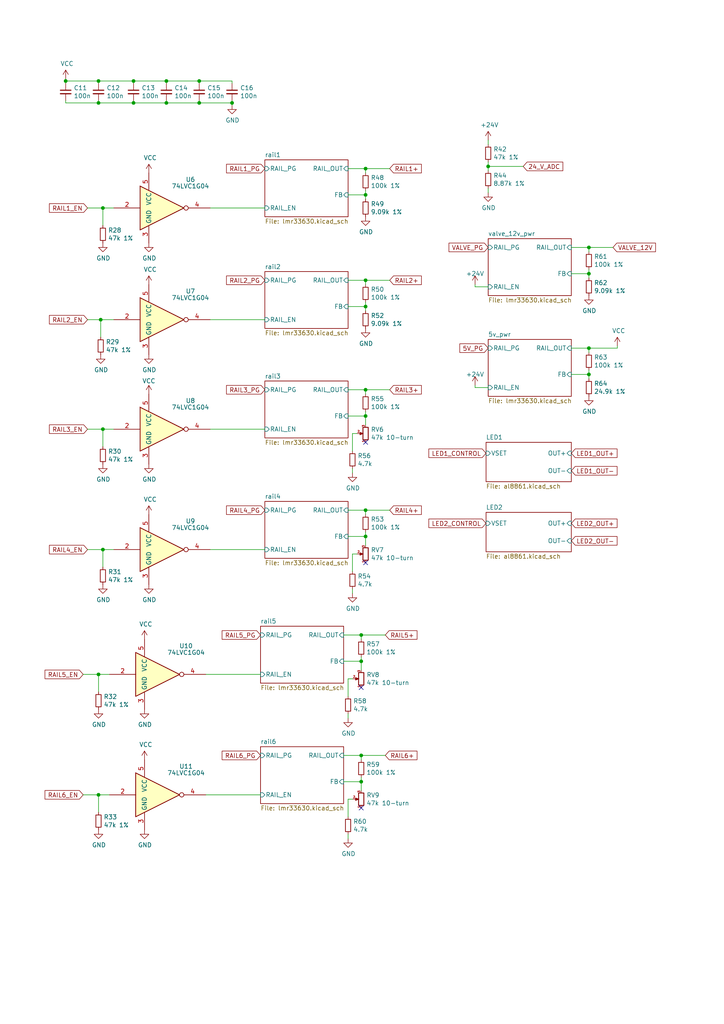
<source format=kicad_sch>
(kicad_sch (version 20230121) (generator eeschema)
  (paper "A4" portrait)
  (lib_symbols
    (symbol "+24V_1" (power) (pin_names (offset 0))
      (property "Value" "+24V_1" (at 0 3.556 0))
      (symbol "+24V_1_0_1"
        (polyline (pts (xy -0.762 1.27) (xy 0 2.54)))
        (polyline (pts (xy 0 0) (xy 0 2.54)))
        (polyline (pts (xy 0 2.54) (xy 0.762 1.27)))
      )
      (symbol "+24V_1_1_1"
        (pin power_in line (at 0 0 90) (length 0) hide (name "+24V") (number "1"))
      )
    )
    (symbol "74xGxx:74LVC1G04"
      (property "Reference" "U" (at 0 7.62 0))
      (property "Value" "74LVC1G04" (at 5.08 -7.62 0))
      (symbol "74LVC1G04_0_1"
        (polyline (pts (xy -7.62 6.35) (xy -7.62 -6.35) (xy 5.08 0) (xy -7.62 6.35)) (stroke (width 0.254)) (fill (type background)))
      )
      (symbol "74LVC1G04_1_1"
        (pin input line (at -15.24 0 0) (length 7.62) (name "~") (number "2"))
        (pin power_in line (at -5.08 -10.16 90) (length 5.08) (name "GND") (number "3"))
        (pin output inverted (at 12.7 0 180) (length 7.62) (name "~") (number "4"))
        (pin power_in line (at -5.08 10.16 270) (length 5.08) (name "VCC") (number "5"))
      )
    )
    (symbol "Device:C_Small" (pin_numbers hide) (pin_names (offset 0.254) hide)
      (property "Reference" "C" (at 0.254 1.778 0))
      (property "Value" "C_Small" (at 0.254 -2.032 0))
      (symbol "C_Small_0_1"
        (polyline (pts (xy -1.524 -0.508) (xy 1.524 -0.508)) (stroke (width 0.3302)))
        (polyline (pts (xy -1.524 0.508) (xy 1.524 0.508)) (stroke (width 0.3048)))
      )
      (symbol "C_Small_1_1"
        (pin passive line (at 0 2.54 270) (length 2.032) (name "~") (number "1"))
        (pin passive line (at 0 -2.54 90) (length 2.032) (name "~") (number "2"))
      )
    )
    (symbol "Device:R_Potentiometer_Small" (pin_names (offset 1.016) hide)
      (property "Reference" "RV" (at -4.445 0 90))
      (property "Value" "R_Potentiometer_Small" (at -2.54 0 90))
      (symbol "R_Potentiometer_Small_0_1"
        (polyline (pts (xy 0.889 0) (xy 0.635 0) (xy 1.651 0.381) (xy 1.651 -0.381) (xy 0.635 0) (xy 0.889 0)) (fill (type outline)))
        (rectangle (start 0.762 1.8034) (end -0.762 -1.8034) (stroke (width 0.254)))
      )
      (symbol "R_Potentiometer_Small_1_1"
        (pin passive line (at 0 2.54 270) (length 0.635) (name "1") (number "1"))
        (pin passive line (at 2.54 0 180) (length 0.9906) (name "2") (number "2"))
        (pin passive line (at 0 -2.54 90) (length 0.635) (name "3") (number "3"))
      )
    )
    (symbol "Device:R_Small" (pin_numbers hide) (pin_names (offset 0.254) hide)
      (property "Reference" "R" (at 0.762 0.508 0))
      (property "Value" "R_Small" (at 0.762 -1.016 0))
      (symbol "R_Small_0_1"
        (rectangle (start -0.762 1.778) (end 0.762 -1.778) (stroke (width 0.2032)))
      )
      (symbol "R_Small_1_1"
        (pin passive line (at 0 2.54 270) (length 0.762) (name "~") (number "1"))
        (pin passive line (at 0 -2.54 90) (length 0.762) (name "~") (number "2"))
      )
    )
    (symbol "GND_20" (power) (pin_names (offset 0))
      (property "Value" "GND_20" (at 0 -3.81 0))
      (symbol "GND_20_0_1"
        (polyline (pts (xy 0 0) (xy 0 -1.27) (xy 1.27 -1.27) (xy 0 -2.54) (xy -1.27 -1.27) (xy 0 -1.27)))
      )
      (symbol "GND_20_1_1"
        (pin power_in line (at 0 0 270) (length 0) hide (name "GND") (number "1"))
      )
    )
    (symbol "GND_6" (power) (pin_names (offset 0))
      (property "Value" "GND_6" (at 0 -3.81 0))
      (symbol "GND_6_0_1"
        (polyline (pts (xy 0 0) (xy 0 -1.27) (xy 1.27 -1.27) (xy 0 -2.54) (xy -1.27 -1.27) (xy 0 -1.27)))
      )
      (symbol "GND_6_1_1"
        (pin power_in line (at 0 0 270) (length 0) hide (name "GND") (number "1"))
      )
    )
    (symbol "power:+24V" (power) (pin_names (offset 0))
      (property "Value" "+24V" (at 0 3.556 0))
      (symbol "+24V_0_1"
        (polyline (pts (xy -0.762 1.27) (xy 0 2.54)))
        (polyline (pts (xy 0 0) (xy 0 2.54)))
        (polyline (pts (xy 0 2.54) (xy 0.762 1.27)))
      )
      (symbol "+24V_1_1"
        (pin power_in line (at 0 0 90) (length 0) hide (name "+24V") (number "1"))
      )
    )
    (symbol "power:GND" (power) (pin_names (offset 0))
      (property "Value" "GND" (at 0 -3.81 0))
      (symbol "GND_0_1"
        (polyline (pts (xy 0 0) (xy 0 -1.27) (xy 1.27 -1.27) (xy 0 -2.54) (xy -1.27 -1.27) (xy 0 -1.27)))
      )
      (symbol "GND_1_1"
        (pin power_in line (at 0 0 270) (length 0) hide (name "GND") (number "1"))
      )
    )
    (symbol "power:VCC" (power) (pin_names (offset 0))
      (property "Value" "VCC" (at 0 3.81 0))
      (symbol "VCC_0_1"
        (polyline (pts (xy -0.762 1.27) (xy 0 2.54)))
        (polyline (pts (xy 0 0) (xy 0 2.54)))
        (polyline (pts (xy 0 2.54) (xy 0.762 1.27)))
      )
      (symbol "VCC_1_1"
        (pin power_in line (at 0 0 90) (length 0) hide (name "VCC") (number "1"))
      )
    )
  )
  (junction (at 106.045 56.515))
  (junction (at 29.845 60.325))
  (junction (at 104.775 191.77))
  (junction (at 28.575 195.58))
  (junction (at 106.045 155.575))
  (junction (at 104.775 219.075))
  (junction (at 29.845 124.46))
  (junction (at 29.21 92.71))
  (junction (at 170.815 79.375))
  (junction (at 170.815 71.755))
  (junction (at 48.26 23.495))
  (junction (at 48.26 29.845))
  (junction (at 104.775 184.15))
  (junction (at 104.775 226.695))
  (junction (at 19.05 23.495))
  (junction (at 67.31 29.845))
  (junction (at 106.045 147.955))
  (junction (at 106.045 48.895))
  (junction (at 141.605 48.26))
  (junction (at 57.785 23.495))
  (junction (at 106.045 88.9))
  (junction (at 170.815 108.585))
  (junction (at 28.575 29.845))
  (junction (at 38.735 23.495))
  (junction (at 29.845 159.385))
  (junction (at 106.045 113.03))
  (junction (at 28.575 230.505))
  (junction (at 170.815 100.965))
  (junction (at 57.785 29.845))
  (junction (at 38.735 29.845))
  (junction (at 106.045 81.28))
  (junction (at 106.045 120.65))
  (junction (at 28.575 23.495))
  (no_connect (at 106.045 163.195))
  (no_connect (at 106.045 128.27))
  (no_connect (at 104.775 199.39))
  (no_connect (at 104.775 234.315))
  (wire (pts (xy 170.815 100.965) (xy 170.815 102.235)))
  (wire (pts (xy 38.735 23.495) (xy 48.26 23.495)))
  (wire (pts (xy 104.775 219.075) (xy 104.775 220.345)))
  (wire (pts (xy 141.605 49.53) (xy 141.605 48.26)))
  (wire (pts (xy 99.695 184.15) (xy 104.775 184.15)))
  (wire (pts (xy 106.045 120.65) (xy 106.045 123.19)))
  (wire (pts (xy 102.235 231.775) (xy 100.965 231.775)))
  (wire (pts (xy 137.795 82.55) (xy 137.795 83.185)))
  (wire (pts (xy 106.045 88.9) (xy 106.045 90.17)))
  (wire (pts (xy 104.775 226.695) (xy 104.775 229.235)))
  (wire (pts (xy 67.31 24.13) (xy 67.31 23.495)))
  (wire (pts (xy 103.505 160.655) (xy 102.235 160.655)))
  (wire (pts (xy 106.045 88.9) (xy 106.045 87.63)))
  (wire (pts (xy 28.575 23.495) (xy 28.575 24.13)))
  (wire (pts (xy 28.575 230.505) (xy 28.575 235.585)))
  (wire (pts (xy 24.13 195.58) (xy 28.575 195.58)))
  (wire (pts (xy 102.235 125.73) (xy 102.235 130.81)))
  (wire (pts (xy 99.695 219.075) (xy 104.775 219.075)))
  (wire (pts (xy 106.045 154.305) (xy 106.045 155.575)))
  (wire (pts (xy 104.775 225.425) (xy 104.775 226.695)))
  (wire (pts (xy 28.575 195.58) (xy 31.75 195.58)))
  (wire (pts (xy 60.96 124.46) (xy 76.835 124.46)))
  (wire (pts (xy 104.775 184.15) (xy 111.76 184.15)))
  (wire (pts (xy 103.505 125.73) (xy 102.235 125.73)))
  (wire (pts (xy 137.795 83.185) (xy 141.605 83.185)))
  (wire (pts (xy 24.13 230.505) (xy 28.575 230.505)))
  (wire (pts (xy 29.845 60.325) (xy 33.02 60.325)))
  (wire (pts (xy 28.575 230.505) (xy 31.75 230.505)))
  (wire (pts (xy 106.045 56.515) (xy 106.045 57.785)))
  (wire (pts (xy 48.26 29.845) (xy 57.785 29.845)))
  (wire (pts (xy 19.05 22.86) (xy 19.05 23.495)))
  (wire (pts (xy 25.4 159.385) (xy 29.845 159.385)))
  (wire (pts (xy 106.045 119.38) (xy 106.045 120.65)))
  (wire (pts (xy 59.69 195.58) (xy 75.565 195.58)))
  (wire (pts (xy 170.815 79.375) (xy 170.815 78.105)))
  (wire (pts (xy 25.4 60.325) (xy 29.845 60.325)))
  (wire (pts (xy 29.845 124.46) (xy 33.02 124.46)))
  (wire (pts (xy 102.235 196.85) (xy 100.965 196.85)))
  (wire (pts (xy 141.605 55.88) (xy 141.605 54.61)))
  (wire (pts (xy 60.96 159.385) (xy 76.835 159.385)))
  (wire (pts (xy 57.785 23.495) (xy 67.31 23.495)))
  (wire (pts (xy 106.045 81.28) (xy 106.045 82.55)))
  (wire (pts (xy 170.815 100.965) (xy 179.07 100.965)))
  (wire (pts (xy 165.735 79.375) (xy 170.815 79.375)))
  (wire (pts (xy 170.815 79.375) (xy 170.815 80.645)))
  (wire (pts (xy 57.785 23.495) (xy 57.785 24.13)))
  (wire (pts (xy 100.965 120.65) (xy 106.045 120.65)))
  (wire (pts (xy 100.965 81.28) (xy 106.045 81.28)))
  (wire (pts (xy 141.605 48.26) (xy 141.605 46.99)))
  (wire (pts (xy 60.96 60.325) (xy 76.835 60.325)))
  (wire (pts (xy 48.26 29.21) (xy 48.26 29.845)))
  (wire (pts (xy 106.045 81.28) (xy 113.03 81.28)))
  (wire (pts (xy 29.845 159.385) (xy 29.845 164.465)))
  (wire (pts (xy 100.965 231.775) (xy 100.965 236.855)))
  (wire (pts (xy 25.4 92.71) (xy 29.21 92.71)))
  (wire (pts (xy 59.69 230.505) (xy 75.565 230.505)))
  (wire (pts (xy 102.235 137.16) (xy 102.235 135.89)))
  (wire (pts (xy 29.845 60.325) (xy 29.845 65.405)))
  (wire (pts (xy 28.575 195.58) (xy 28.575 200.66)))
  (wire (pts (xy 57.785 29.21) (xy 57.785 29.845)))
  (wire (pts (xy 100.965 208.28) (xy 100.965 207.01)))
  (wire (pts (xy 106.045 155.575) (xy 106.045 158.115)))
  (wire (pts (xy 67.31 29.21) (xy 67.31 29.845)))
  (wire (pts (xy 137.795 111.76) (xy 137.795 112.395)))
  (wire (pts (xy 48.26 23.495) (xy 48.26 24.13)))
  (wire (pts (xy 100.965 155.575) (xy 106.045 155.575)))
  (wire (pts (xy 60.96 92.71) (xy 76.835 92.71)))
  (wire (pts (xy 29.21 92.71) (xy 33.02 92.71)))
  (wire (pts (xy 102.235 160.655) (xy 102.235 165.735)))
  (wire (pts (xy 99.695 226.695) (xy 104.775 226.695)))
  (wire (pts (xy 38.735 29.845) (xy 48.26 29.845)))
  (wire (pts (xy 106.045 48.895) (xy 106.045 50.165)))
  (wire (pts (xy 19.05 29.845) (xy 28.575 29.845)))
  (wire (pts (xy 67.31 29.845) (xy 67.31 30.48)))
  (wire (pts (xy 100.965 48.895) (xy 106.045 48.895)))
  (wire (pts (xy 104.775 219.075) (xy 111.76 219.075)))
  (wire (pts (xy 29.845 159.385) (xy 33.02 159.385)))
  (wire (pts (xy 100.965 196.85) (xy 100.965 201.93)))
  (wire (pts (xy 106.045 147.955) (xy 106.045 149.225)))
  (wire (pts (xy 106.045 56.515) (xy 106.045 55.245)))
  (wire (pts (xy 29.21 92.71) (xy 29.21 97.79)))
  (wire (pts (xy 19.05 29.21) (xy 19.05 29.845)))
  (wire (pts (xy 57.785 29.845) (xy 67.31 29.845)))
  (wire (pts (xy 170.815 71.755) (xy 177.8 71.755)))
  (wire (pts (xy 104.775 190.5) (xy 104.775 191.77)))
  (wire (pts (xy 106.045 147.955) (xy 113.03 147.955)))
  (wire (pts (xy 106.045 113.03) (xy 106.045 114.3)))
  (wire (pts (xy 104.775 191.77) (xy 104.775 194.31)))
  (wire (pts (xy 141.605 41.91) (xy 141.605 40.64)))
  (wire (pts (xy 102.235 172.085) (xy 102.235 170.815)))
  (wire (pts (xy 100.965 147.955) (xy 106.045 147.955)))
  (wire (pts (xy 100.965 243.205) (xy 100.965 241.935)))
  (wire (pts (xy 25.4 124.46) (xy 29.845 124.46)))
  (wire (pts (xy 179.07 100.965) (xy 179.07 100.33)))
  (wire (pts (xy 104.775 184.15) (xy 104.775 185.42)))
  (wire (pts (xy 100.965 88.9) (xy 106.045 88.9)))
  (wire (pts (xy 165.735 100.965) (xy 170.815 100.965)))
  (wire (pts (xy 38.735 29.21) (xy 38.735 29.845)))
  (wire (pts (xy 19.05 23.495) (xy 19.05 24.13)))
  (wire (pts (xy 28.575 29.21) (xy 28.575 29.845)))
  (wire (pts (xy 170.815 108.585) (xy 170.815 107.315)))
  (wire (pts (xy 165.735 71.755) (xy 170.815 71.755)))
  (wire (pts (xy 48.26 23.495) (xy 57.785 23.495)))
  (wire (pts (xy 100.965 56.515) (xy 106.045 56.515)))
  (wire (pts (xy 29.845 124.46) (xy 29.845 129.54)))
  (wire (pts (xy 99.695 191.77) (xy 104.775 191.77)))
  (wire (pts (xy 170.815 71.755) (xy 170.815 73.025)))
  (wire (pts (xy 28.575 29.845) (xy 38.735 29.845)))
  (wire (pts (xy 28.575 23.495) (xy 38.735 23.495)))
  (wire (pts (xy 106.045 48.895) (xy 113.03 48.895)))
  (wire (pts (xy 151.765 48.26) (xy 141.605 48.26)))
  (wire (pts (xy 106.045 113.03) (xy 113.03 113.03)))
  (wire (pts (xy 100.965 113.03) (xy 106.045 113.03)))
  (wire (pts (xy 137.795 112.395) (xy 141.605 112.395)))
  (wire (pts (xy 38.735 23.495) (xy 38.735 24.13)))
  (wire (pts (xy 19.05 23.495) (xy 28.575 23.495)))
  (wire (pts (xy 165.735 108.585) (xy 170.815 108.585)))
  (wire (pts (xy 170.815 108.585) (xy 170.815 109.855)))
  (global_label "RAIL4+" (shape input) (at 113.03 147.955 0) (property "Intersheetrefs" "${INTERSHEET_REFS}" (effects hide)))
  (global_label "LED1_OUT+" (shape input) (at 165.735 131.445 0) (property "Intersheetrefs" "${INTERSHEET_REFS}" (effects hide)))
  (global_label "RAIL6_EN" (shape input) (at 24.13 230.505 180) (property "Intersheetrefs" "${INTERSHEET_REFS}" (effects hide)))
  (global_label "VALVE_12V" (shape input) (at 177.8 71.755 0) (property "Intersheetrefs" "${INTERSHEET_REFS}" (effects hide)))
  (global_label "5V_PG" (shape input) (at 141.605 100.965 180) (property "Intersheetrefs" "${INTERSHEET_REFS}" (effects hide)))
  (global_label "RAIL3_EN" (shape input) (at 25.4 124.46 180) (property "Intersheetrefs" "${INTERSHEET_REFS}" (effects hide)))
  (global_label "LED1_CONTROL" (shape input) (at 140.97 131.445 180) (property "Intersheetrefs" "${INTERSHEET_REFS}" (effects hide)))
  (global_label "VALVE_PG" (shape input) (at 141.605 71.755 180) (property "Intersheetrefs" "${INTERSHEET_REFS}" (effects hide)))
  (global_label "RAIL4_EN" (shape input) (at 25.4 159.385 180) (property "Intersheetrefs" "${INTERSHEET_REFS}" (effects hide)))
  (global_label "LED2_OUT+" (shape input) (at 165.735 151.765 0) (property "Intersheetrefs" "${INTERSHEET_REFS}" (effects hide)))
  (global_label "LED2_OUT-" (shape input) (at 165.735 156.845 0) (property "Intersheetrefs" "${INTERSHEET_REFS}" (effects hide)))
  (global_label "RAIL6_PG" (shape input) (at 75.565 219.075 180) (property "Intersheetrefs" "${INTERSHEET_REFS}" (effects hide)))
  (global_label "RAIL1_PG" (shape input) (at 76.835 48.895 180) (property "Intersheetrefs" "${INTERSHEET_REFS}" (effects hide)))
  (global_label "LED1_OUT-" (shape input) (at 165.735 136.525 0) (property "Intersheetrefs" "${INTERSHEET_REFS}" (effects hide)))
  (global_label "RAIL2_PG" (shape input) (at 76.835 81.28 180) (property "Intersheetrefs" "${INTERSHEET_REFS}" (effects hide)))
  (global_label "RAIL2+" (shape input) (at 113.03 81.28 0) (property "Intersheetrefs" "${INTERSHEET_REFS}" (effects hide)))
  (global_label "RAIL1+" (shape input) (at 113.03 48.895 0) (property "Intersheetrefs" "${INTERSHEET_REFS}" (effects hide)))
  (global_label "RAIL5+" (shape input) (at 111.76 184.15 0) (property "Intersheetrefs" "${INTERSHEET_REFS}" (effects hide)))
  (global_label "RAIL6+" (shape input) (at 111.76 219.075 0) (property "Intersheetrefs" "${INTERSHEET_REFS}" (effects hide)))
  (global_label "RAIL5_EN" (shape input) (at 24.13 195.58 180) (property "Intersheetrefs" "${INTERSHEET_REFS}" (effects hide)))
  (global_label "RAIL2_EN" (shape input) (at 25.4 92.71 180) (property "Intersheetrefs" "${INTERSHEET_REFS}" (effects hide)))
  (global_label "24_V_ADC" (shape input) (at 151.765 48.26 0) (property "Intersheetrefs" "${INTERSHEET_REFS}" (effects hide)))
  (global_label "LED2_CONTROL" (shape input) (at 140.97 151.765 180) (property "Intersheetrefs" "${INTERSHEET_REFS}" (effects hide)))
  (global_label "RAIL3+" (shape input) (at 113.03 113.03 0) (property "Intersheetrefs" "${INTERSHEET_REFS}" (effects hide)))
  (global_label "RAIL4_PG" (shape input) (at 76.835 147.955 180) (property "Intersheetrefs" "${INTERSHEET_REFS}" (effects hide)))
  (global_label "RAIL5_PG" (shape input) (at 75.565 184.15 180) (property "Intersheetrefs" "${INTERSHEET_REFS}" (effects hide)))
  (global_label "RAIL1_EN" (shape input) (at 25.4 60.325 180) (property "Intersheetrefs" "${INTERSHEET_REFS}" (effects hide)))
  (global_label "RAIL3_PG" (shape input) (at 76.835 113.03 180) (property "Intersheetrefs" "${INTERSHEET_REFS}" (effects hide)))
  (symbol (lib_name "GND_20") (lib_id "power:GND") (at 106.045 95.25 0) (unit 1)
    (property "Reference" "#PWR0101" (effects hide))
    (property "Value" "GND" (at 106.172 99.6442 0))
    (instances (project "pipcb" (path "" (reference "#PWR0101") (unit 1))) (project "power" (path "" (reference "#PWR?") (unit 1))))
  )
  (symbol (lib_id "power:VCC") (at 179.07 100.33 0) (unit 1)
    (property "Reference" "#PWR0115" (effects hide))
    (property "Value" "VCC" (at 179.451 95.9358 0))
  )
  (symbol (lib_id "power:GND") (at 141.605 55.88 0) (unit 1)
    (property "Reference" "#PWR0113" (effects hide))
    (property "Value" "GND" (at 141.732 60.2742 0))
  )
  (symbol (lib_id "Device:R_Small") (at 141.605 44.45 180) (unit 1)
    (property "Reference" "R42" (at 143.1036 43.2816 0) (effects (justify right)))
    (property "Value" "47k 1%" (at 143.1036 45.593 0) (effects (justify right)))
    (property "Footprint" "Resistor_SMD:R_0805_2012Metric" (effects hide))
    (property "LCSC Part #" "C17713" (effects hide))
  )
  (symbol (lib_id "Device:R_Small") (at 141.605 52.07 180) (unit 1)
    (property "Reference" "R44" (at 143.1036 50.9016 0) (effects (justify right)))
    (property "Value" "8.87k 1%" (at 143.1036 53.213 0) (effects (justify right)))
    (property "Footprint" "Resistor_SMD:R_0805_2012Metric" (effects hide))
    (property "LCSC Part #" "C37551" (effects hide))
  )
  (symbol (lib_id "power:+24V") (at 141.605 40.64 0) (unit 1)
    (property "Reference" "#PWR0111" (effects hide))
    (property "Value" "+24V" (at 141.986 36.2458 0))
  )
  (symbol (lib_name "GND_6") (lib_id "power:GND") (at 28.575 240.665 0) (unit 1)
    (property "Reference" "#PWR078" (effects hide))
    (property "Value" "GND" (at 28.702 245.0592 0))
    (instances (project "pipcb" (path "" (reference "#PWR078") (unit 1))) (project "power" (path "" (reference "#PWR?") (unit 1))))
  )
  (symbol (lib_id "Device:C_Small") (at 48.26 26.67 0) (unit 1)
    (property "Reference" "C14" (at 50.5968 25.5016 0) (effects (justify left)))
    (property "Value" "100n" (at 50.5968 27.813 0) (effects (justify left)))
    (property "Footprint" "Capacitor_SMD:C_0805_2012Metric" (effects hide))
    (property "LCSC Part #" "C28233" (effects hide))
    (instances (project "pipcb" (path "" (reference "C14") (unit 1)) (path "" (reference "C38") (unit 1)) (path "" (reference "C93") (unit 1)) (path "" (reference "C45") (unit 1)) (path "" (reference "C53") (unit 1)) (path "" (reference "C61") (unit 1)) (path "" (reference "C69") (unit 1)) (path "" (reference "C77") (unit 1)) (path "" (reference "C85") (unit 1))) (project "power" (path "" (reference "C?") (unit 1))))
  )
  (symbol (lib_id "74xGxx:74LVC1G04") (at 48.26 92.71 0) (unit 1)
    (property "Reference" "U7" (at 55.245 84.455 0))
    (property "Value" "74LVC1G04" (at 55.245 86.36 0))
    (property "Footprint" "Package_TO_SOT_SMD:SOT-353_SC-70-5" (effects hide))
    (property "Datasheet" "https://www.ti.com/lit/ds/symlink/sn74lvc1g04.pdf" (effects hide))
    (property "LCSC Part #" "C8207" (effects hide))
  )
  (symbol (lib_id "power:VCC") (at 43.18 149.225 0) (unit 1)
    (property "Reference" "#PWR067" (effects hide))
    (property "Value" "VCC" (at 43.561 144.8308 0))
  )
  (symbol (lib_id "74xGxx:74LVC1G04") (at 48.26 124.46 0) (unit 1)
    (property "Reference" "U8" (at 55.245 116.205 0))
    (property "Value" "74LVC1G04" (at 55.245 118.11 0))
    (property "Footprint" "Package_TO_SOT_SMD:SOT-353_SC-70-5" (effects hide))
    (property "Datasheet" "https://www.ti.com/lit/ds/symlink/sn74lvc1g04.pdf" (effects hide))
    (property "LCSC Part #" "C8207" (effects hide))
  )
  (symbol (lib_id "Device:R_Small") (at 106.045 85.09 0) (unit 1)
    (property "Reference" "R50" (at 107.5436 83.9216 0) (effects (justify left)))
    (property "Value" "100k 1%" (at 107.5436 86.233 0) (effects (justify left)))
    (property "Footprint" "Resistor_SMD:R_0805_2012Metric" (effects hide))
    (property "LCSC Part #" "C149504" (effects hide))
    (instances (project "pipcb" (path "" (reference "R50") (unit 1))) (project "power" (path "" (reference "R?") (unit 1))))
  )
  (symbol (lib_id "Device:R_Small") (at 104.775 222.885 0) (unit 1)
    (property "Reference" "R59" (at 106.2736 221.7166 0) (effects (justify left)))
    (property "Value" "100k 1%" (at 106.2736 224.028 0) (effects (justify left)))
    (property "Footprint" "Resistor_SMD:R_0805_2012Metric" (effects hide))
    (property "LCSC Part #" "C149504" (effects hide))
    (instances (project "pipcb" (path "" (reference "R59") (unit 1))) (project "power" (path "" (reference "R?") (unit 1))))
  )
  (symbol (lib_id "Device:R_Small") (at 170.815 75.565 0) (unit 1)
    (property "Reference" "R61" (at 172.3136 74.3966 0) (effects (justify left)))
    (property "Value" "100k 1%" (at 172.3136 76.708 0) (effects (justify left)))
    (property "Footprint" "Resistor_SMD:R_0805_2012Metric" (effects hide))
    (property "LCSC Part #" "C149504" (effects hide))
    (instances (project "pipcb" (path "" (reference "R61") (unit 1))) (project "power" (path "" (reference "R?") (unit 1))))
  )
  (symbol (lib_id "power:VCC") (at 43.18 114.3 0) (unit 1)
    (property "Reference" "#PWR065" (effects hide))
    (property "Value" "VCC" (at 43.18 110.49 0))
  )
  (symbol (lib_name "+24V_1") (lib_id "power:+24V") (at 137.795 82.55 0) (unit 1)
    (property "Reference" "#PWR025" (effects hide))
    (property "Value" "+24V" (at 137.795 79.375 0))
  )
  (symbol (lib_name "GND_6") (lib_id "power:GND") (at 102.235 172.085 0) (unit 1)
    (property "Reference" "#PWR0124" (effects hide))
    (property "Value" "GND" (at 102.362 176.4792 0))
    (instances (project "pipcb" (path "" (reference "#PWR0124") (unit 1))) (project "power" (path "" (reference "#PWR?") (unit 1))))
  )
  (symbol (lib_name "GND_20") (lib_id "power:GND") (at 170.815 85.725 0) (unit 1)
    (property "Reference" "#PWR0148" (effects hide))
    (property "Value" "GND" (at 170.942 90.1192 0))
    (instances (project "pipcb" (path "" (reference "#PWR0148") (unit 1))) (project "power" (path "" (reference "#PWR?") (unit 1))))
  )
  (symbol (lib_name "GND_6") (lib_id "power:GND") (at 43.18 70.485 0) (unit 1)
    (property "Reference" "#PWR062" (effects hide))
    (property "Value" "GND" (at 43.307 74.8792 0))
    (instances (project "pipcb" (path "" (reference "#PWR062") (unit 1))) (project "power" (path "" (reference "#PWR?") (unit 1))))
  )
  (symbol (lib_id "Device:R_Small") (at 28.575 203.2 180) (unit 1)
    (property "Reference" "R32" (at 30.0736 202.0316 0) (effects (justify right)))
    (property "Value" "47k 1%" (at 30.0736 204.343 0) (effects (justify right)))
    (property "Footprint" "Resistor_SMD:R_0805_2012Metric" (effects hide))
    (property "LCSC Part #" "C17713" (effects hide))
  )
  (symbol (lib_id "74xGxx:74LVC1G04") (at 46.99 195.58 0) (unit 1)
    (property "Reference" "U10" (at 53.975 187.325 0))
    (property "Value" "74LVC1G04" (at 53.975 189.23 0))
    (property "Footprint" "Package_TO_SOT_SMD:SOT-353_SC-70-5" (effects hide))
    (property "Datasheet" "https://www.ti.com/lit/ds/symlink/sn74lvc1g04.pdf" (effects hide))
    (property "LCSC Part #" "C8207" (effects hide))
  )
  (symbol (lib_id "Device:C_Small") (at 57.785 26.67 0) (unit 1)
    (property "Reference" "C15" (at 60.1218 25.5016 0) (effects (justify left)))
    (property "Value" "100n" (at 60.1218 27.813 0) (effects (justify left)))
    (property "Footprint" "Capacitor_SMD:C_0805_2012Metric" (effects hide))
    (property "LCSC Part #" "C28233" (effects hide))
    (instances (project "pipcb" (path "" (reference "C15") (unit 1)) (path "" (reference "C38") (unit 1)) (path "" (reference "C93") (unit 1)) (path "" (reference "C45") (unit 1)) (path "" (reference "C53") (unit 1)) (path "" (reference "C61") (unit 1)) (path "" (reference "C69") (unit 1)) (path "" (reference "C77") (unit 1)) (path "" (reference "C85") (unit 1))) (project "power" (path "" (reference "C?") (unit 1))))
  )
  (symbol (lib_name "GND_6") (lib_id "power:GND") (at 29.845 134.62 0) (unit 1)
    (property "Reference" "#PWR075" (effects hide))
    (property "Value" "GND" (at 29.972 139.0142 0))
    (instances (project "pipcb" (path "" (reference "#PWR075") (unit 1))) (project "power" (path "" (reference "#PWR?") (unit 1))))
  )
  (symbol (lib_id "74xGxx:74LVC1G04") (at 48.26 60.325 0) (unit 1)
    (property "Reference" "U6" (at 55.245 52.07 0))
    (property "Value" "74LVC1G04" (at 55.245 53.975 0))
    (property "Footprint" "Package_TO_SOT_SMD:SOT-353_SC-70-5" (effects hide))
    (property "Datasheet" "https://www.ti.com/lit/ds/symlink/sn74lvc1g04.pdf" (effects hide))
    (property "LCSC Part #" "C8207" (effects hide))
  )
  (symbol (lib_name "GND_6") (lib_id "power:GND") (at 41.91 205.74 0) (unit 1)
    (property "Reference" "#PWR070" (effects hide))
    (property "Value" "GND" (at 42.037 210.1342 0))
    (instances (project "pipcb" (path "" (reference "#PWR070") (unit 1))) (project "power" (path "" (reference "#PWR?") (unit 1))))
  )
  (symbol (lib_id "Device:R_Small") (at 106.045 60.325 0) (unit 1)
    (property "Reference" "R49" (at 107.5436 59.1566 0) (effects (justify left)))
    (property "Value" "9.09k 1%" (at 107.5436 61.468 0) (effects (justify left)))
    (property "Footprint" "Resistor_SMD:R_0805_2012Metric" (effects hide))
    (property "LCSC Part #" "C408923" (effects hide))
    (instances (project "pipcb" (path "" (reference "R49") (unit 1))) (project "power" (path "" (reference "R?") (unit 1))))
  )
  (symbol (lib_id "Device:R_Small") (at 28.575 238.125 180) (unit 1)
    (property "Reference" "R33" (at 30.0736 236.9566 0) (effects (justify right)))
    (property "Value" "47k 1%" (at 30.0736 239.268 0) (effects (justify right)))
    (property "Footprint" "Resistor_SMD:R_0805_2012Metric" (effects hide))
    (property "LCSC Part #" "C17713" (effects hide))
  )
  (symbol (lib_id "Device:R_Small") (at 106.045 92.71 0) (unit 1)
    (property "Reference" "R52" (at 107.5436 91.5416 0) (effects (justify left)))
    (property "Value" "9.09k 1%" (at 107.5436 93.853 0) (effects (justify left)))
    (property "Footprint" "Resistor_SMD:R_0805_2012Metric" (effects hide))
    (property "LCSC Part #" "C408923" (effects hide))
    (instances (project "pipcb" (path "" (reference "R52") (unit 1))) (project "power" (path "" (reference "R?") (unit 1))))
  )
  (symbol (lib_id "Device:R_Small") (at 170.815 112.395 0) (unit 1)
    (property "Reference" "R64" (at 172.3136 111.2266 0) (effects (justify left)))
    (property "Value" "24.9k 1%" (at 172.3136 113.538 0) (effects (justify left)))
    (property "Footprint" "Resistor_SMD:R_0805_2012Metric" (effects hide))
    (property "LCSC Part #" "C234872" (effects hide))
    (instances (project "pipcb" (path "" (reference "R64") (unit 1))) (project "power" (path "" (reference "R?") (unit 1))))
  )
  (symbol (lib_id "Device:C_Small") (at 19.05 26.67 0) (unit 1)
    (property "Reference" "C11" (at 21.3868 25.5016 0) (effects (justify left)))
    (property "Value" "100n" (at 21.3868 27.813 0) (effects (justify left)))
    (property "Footprint" "Capacitor_SMD:C_0805_2012Metric" (effects hide))
    (property "LCSC Part #" "C28233" (effects hide))
    (instances (project "pipcb" (path "" (reference "C11") (unit 1)) (path "" (reference "C38") (unit 1)) (path "" (reference "C93") (unit 1)) (path "" (reference "C45") (unit 1)) (path "" (reference "C53") (unit 1)) (path "" (reference "C61") (unit 1)) (path "" (reference "C69") (unit 1)) (path "" (reference "C77") (unit 1)) (path "" (reference "C85") (unit 1))) (project "power" (path "" (reference "C?") (unit 1))))
  )
  (symbol (lib_id "Device:R_Small") (at 102.235 133.35 0) (unit 1)
    (property "Reference" "R56" (at 103.7336 132.1816 0) (effects (justify left)))
    (property "Value" "4.7k" (at 103.7336 134.493 0) (effects (justify left)))
    (property "Footprint" "Resistor_SMD:R_0805_2012Metric" (effects hide))
    (property "LCSC Part #" "C17673" (effects hide))
    (instances (project "pipcb" (path "" (reference "R56") (unit 1))) (project "power" (path "" (reference "R?") (unit 1))))
  )
  (symbol (lib_id "Device:C_Small") (at 38.735 26.67 0) (unit 1)
    (property "Reference" "C13" (at 41.0718 25.5016 0) (effects (justify left)))
    (property "Value" "100n" (at 41.0718 27.813 0) (effects (justify left)))
    (property "Footprint" "Capacitor_SMD:C_0805_2012Metric" (effects hide))
    (property "LCSC Part #" "C28233" (effects hide))
    (instances (project "pipcb" (path "" (reference "C13") (unit 1)) (path "" (reference "C38") (unit 1)) (path "" (reference "C93") (unit 1)) (path "" (reference "C45") (unit 1)) (path "" (reference "C53") (unit 1)) (path "" (reference "C61") (unit 1)) (path "" (reference "C69") (unit 1)) (path "" (reference "C77") (unit 1)) (path "" (reference "C85") (unit 1))) (project "power" (path "" (reference "C?") (unit 1))))
  )
  (symbol (lib_id "Device:R_Small") (at 100.965 239.395 0) (unit 1)
    (property "Reference" "R60" (at 102.4636 238.2266 0) (effects (justify left)))
    (property "Value" "4.7k" (at 102.4636 240.538 0) (effects (justify left)))
    (property "Footprint" "Resistor_SMD:R_0805_2012Metric" (effects hide))
    (property "LCSC Part #" "C17673" (effects hide))
    (instances (project "pipcb" (path "" (reference "R60") (unit 1))) (project "power" (path "" (reference "R?") (unit 1))))
  )
  (symbol (lib_id "Device:R_Small") (at 106.045 52.705 0) (unit 1)
    (property "Reference" "R48" (at 107.5436 51.5366 0) (effects (justify left)))
    (property "Value" "100k 1%" (at 107.5436 53.848 0) (effects (justify left)))
    (property "Footprint" "Resistor_SMD:R_0805_2012Metric" (effects hide))
    (property "LCSC Part #" "C149504" (effects hide))
    (instances (project "pipcb" (path "" (reference "R48") (unit 1))) (project "power" (path "" (reference "R?") (unit 1))))
  )
  (symbol (lib_id "Device:C_Small") (at 67.31 26.67 0) (unit 1)
    (property "Reference" "C16" (at 69.6468 25.5016 0) (effects (justify left)))
    (property "Value" "100n" (at 69.6468 27.813 0) (effects (justify left)))
    (property "Footprint" "Capacitor_SMD:C_0805_2012Metric" (effects hide))
    (property "LCSC Part #" "C28233" (effects hide))
    (instances (project "pipcb" (path "" (reference "C16") (unit 1)) (path "" (reference "C38") (unit 1)) (path "" (reference "C93") (unit 1)) (path "" (reference "C45") (unit 1)) (path "" (reference "C53") (unit 1)) (path "" (reference "C61") (unit 1)) (path "" (reference "C69") (unit 1)) (path "" (reference "C77") (unit 1)) (path "" (reference "C85") (unit 1))) (project "power" (path "" (reference "C?") (unit 1))))
  )
  (symbol (lib_name "GND_6") (lib_id "power:GND") (at 100.965 243.205 0) (unit 1)
    (property "Reference" "#PWR0137" (effects hide))
    (property "Value" "GND" (at 101.092 247.5992 0))
    (instances (project "pipcb" (path "" (reference "#PWR0137") (unit 1))) (project "power" (path "" (reference "#PWR?") (unit 1))))
  )
  (symbol (lib_id "Device:R_Small") (at 29.21 100.33 180) (unit 1)
    (property "Reference" "R29" (at 30.7086 99.1616 0) (effects (justify right)))
    (property "Value" "47k 1%" (at 30.7086 101.473 0) (effects (justify right)))
    (property "Footprint" "Resistor_SMD:R_0805_2012Metric" (effects hide))
    (property "LCSC Part #" "C17713" (effects hide))
  )
  (symbol (lib_id "Device:R_Small") (at 104.775 187.96 0) (unit 1)
    (property "Reference" "R57" (at 106.2736 186.7916 0) (effects (justify left)))
    (property "Value" "100k 1%" (at 106.2736 189.103 0) (effects (justify left)))
    (property "Footprint" "Resistor_SMD:R_0805_2012Metric" (effects hide))
    (property "LCSC Part #" "C149504" (effects hide))
    (instances (project "pipcb" (path "" (reference "R57") (unit 1))) (project "power" (path "" (reference "R?") (unit 1))))
  )
  (symbol (lib_id "Device:R_Small") (at 170.815 83.185 0) (unit 1)
    (property "Reference" "R62" (at 172.3136 82.0166 0) (effects (justify left)))
    (property "Value" "9.09k 1%" (at 172.3136 84.328 0) (effects (justify left)))
    (property "Footprint" "Resistor_SMD:R_0805_2012Metric" (effects hide))
    (property "LCSC Part #" "C408923" (effects hide))
    (instances (project "pipcb" (path "" (reference "R62") (unit 1))) (project "power" (path "" (reference "R?") (unit 1))))
  )
  (symbol (lib_id "Device:R_Potentiometer_Small") (at 106.045 125.73 180) (unit 1)
    (property "Reference" "RV6" (at 107.569 124.5616 0) (effects (justify right)))
    (property "Value" "47k 10-turn" (at 107.569 126.873 0) (effects (justify right)))
    (property "Footprint" "Potentiometer_THT:Potentiometer_Bourns_3296W_Vertical" (effects hide))
    (property "LCSC Part #" "C83686" (effects hide))
    (instances (project "pipcb" (path "" (reference "RV6") (unit 1))) (project "power" (path "" (reference "RV?") (unit 1))))
  )
  (symbol (lib_name "+24V_1") (lib_id "power:+24V") (at 137.795 111.76 0) (unit 1)
    (property "Reference" "#PWR024" (effects hide))
    (property "Value" "+24V" (at 137.795 108.585 0))
  )
  (symbol (lib_id "power:VCC") (at 41.91 220.345 0) (unit 1)
    (property "Reference" "#PWR071" (effects hide))
    (property "Value" "VCC" (at 42.291 215.9508 0))
  )
  (symbol (lib_name "GND_20") (lib_id "power:GND") (at 106.045 62.865 0) (unit 1)
    (property "Reference" "#PWR0123" (effects hide))
    (property "Value" "GND" (at 106.172 67.2592 0))
    (instances (project "pipcb" (path "" (reference "#PWR0123") (unit 1))) (project "power" (path "" (reference "#PWR?") (unit 1))))
  )
  (symbol (lib_id "Device:R_Potentiometer_Small") (at 106.045 160.655 180) (unit 1)
    (property "Reference" "RV7" (at 107.569 159.4866 0) (effects (justify right)))
    (property "Value" "47k 10-turn" (at 107.569 161.798 0) (effects (justify right)))
    (property "Footprint" "Potentiometer_THT:Potentiometer_Bourns_3296W_Vertical" (effects hide))
    (property "LCSC Part #" "C83686" (effects hide))
    (instances (project "pipcb" (path "" (reference "RV7") (unit 1))) (project "power" (path "" (reference "RV?") (unit 1))))
  )
  (symbol (lib_id "74xGxx:74LVC1G04") (at 48.26 159.385 0) (unit 1)
    (property "Reference" "U9" (at 55.245 151.13 0))
    (property "Value" "74LVC1G04" (at 55.245 153.035 0))
    (property "Footprint" "Package_TO_SOT_SMD:SOT-353_SC-70-5" (effects hide))
    (property "Datasheet" "https://www.ti.com/lit/ds/symlink/sn74lvc1g04.pdf" (effects hide))
    (property "LCSC Part #" "C8207" (effects hide))
  )
  (symbol (lib_name "GND_6") (lib_id "power:GND") (at 100.965 208.28 0) (unit 1)
    (property "Reference" "#PWR0136" (effects hide))
    (property "Value" "GND" (at 101.092 212.6742 0))
    (instances (project "pipcb" (path "" (reference "#PWR0136") (unit 1))) (project "power" (path "" (reference "#PWR?") (unit 1))))
  )
  (symbol (lib_id "Device:R_Small") (at 170.815 104.775 0) (unit 1)
    (property "Reference" "R63" (at 172.3136 103.6066 0) (effects (justify left)))
    (property "Value" "100k 1%" (at 172.3136 105.918 0) (effects (justify left)))
    (property "Footprint" "Resistor_SMD:R_0805_2012Metric" (effects hide))
    (property "LCSC Part #" "C149504" (effects hide))
    (instances (project "pipcb" (path "" (reference "R63") (unit 1))) (project "power" (path "" (reference "R?") (unit 1))))
  )
  (symbol (lib_name "GND_6") (lib_id "power:GND") (at 43.18 134.62 0) (unit 1)
    (property "Reference" "#PWR066" (effects hide))
    (property "Value" "GND" (at 43.307 139.0142 0))
    (instances (project "pipcb" (path "" (reference "#PWR066") (unit 1))) (project "power" (path "" (reference "#PWR?") (unit 1))))
  )
  (symbol (lib_id "Device:R_Small") (at 29.845 132.08 180) (unit 1)
    (property "Reference" "R30" (at 31.3436 130.9116 0) (effects (justify right)))
    (property "Value" "47k 1%" (at 31.3436 133.223 0) (effects (justify right)))
    (property "Footprint" "Resistor_SMD:R_0805_2012Metric" (effects hide))
    (property "LCSC Part #" "C17713" (effects hide))
  )
  (symbol (lib_id "Device:R_Potentiometer_Small") (at 104.775 231.775 180) (unit 1)
    (property "Reference" "RV9" (at 106.299 230.6066 0) (effects (justify right)))
    (property "Value" "47k 10-turn" (at 106.299 232.918 0) (effects (justify right)))
    (property "Footprint" "Potentiometer_THT:Potentiometer_Bourns_3296W_Vertical" (effects hide))
    (property "LCSC Part #" "C83686" (effects hide))
    (instances (project "pipcb" (path "" (reference "RV9") (unit 1))) (project "power" (path "" (reference "RV?") (unit 1))))
  )
  (symbol (lib_id "Device:R_Small") (at 106.045 116.84 0) (unit 1)
    (property "Reference" "R55" (at 107.5436 115.6716 0) (effects (justify left)))
    (property "Value" "100k 1%" (at 107.5436 117.983 0) (effects (justify left)))
    (property "Footprint" "Resistor_SMD:R_0805_2012Metric" (effects hide))
    (property "LCSC Part #" "C149504" (effects hide))
    (instances (project "pipcb" (path "" (reference "R55") (unit 1))) (project "power" (path "" (reference "R?") (unit 1))))
  )
  (symbol (lib_id "74xGxx:74LVC1G04") (at 46.99 230.505 0) (unit 1)
    (property "Reference" "U11" (at 53.975 222.25 0))
    (property "Value" "74LVC1G04" (at 53.975 224.155 0))
    (property "Footprint" "Package_TO_SOT_SMD:SOT-353_SC-70-5" (effects hide))
    (property "Datasheet" "https://www.ti.com/lit/ds/symlink/sn74lvc1g04.pdf" (effects hide))
    (property "LCSC Part #" "C8207" (effects hide))
  )
  (symbol (lib_id "Device:R_Small") (at 100.965 204.47 0) (unit 1)
    (property "Reference" "R58" (at 102.4636 203.3016 0) (effects (justify left)))
    (property "Value" "4.7k" (at 102.4636 205.613 0) (effects (justify left)))
    (property "Footprint" "Resistor_SMD:R_0805_2012Metric" (effects hide))
    (property "LCSC Part #" "C17673" (effects hide))
    (instances (project "pipcb" (path "" (reference "R58") (unit 1))) (project "power" (path "" (reference "R?") (unit 1))))
  )
  (symbol (lib_id "power:VCC") (at 43.18 82.55 0) (unit 1)
    (property "Reference" "#PWR063" (effects hide))
    (property "Value" "VCC" (at 43.561 78.1558 0))
  )
  (symbol (lib_name "GND_6") (lib_id "power:GND") (at 43.18 169.545 0) (unit 1)
    (property "Reference" "#PWR068" (effects hide))
    (property "Value" "GND" (at 43.307 173.9392 0))
    (instances (project "pipcb" (path "" (reference "#PWR068") (unit 1))) (project "power" (path "" (reference "#PWR?") (unit 1))))
  )
  (symbol (lib_name "GND_6") (lib_id "power:GND") (at 28.575 205.74 0) (unit 1)
    (property "Reference" "#PWR077" (effects hide))
    (property "Value" "GND" (at 28.702 210.1342 0))
    (instances (project "pipcb" (path "" (reference "#PWR077") (unit 1))) (project "power" (path "" (reference "#PWR?") (unit 1))))
  )
  (symbol (lib_id "Device:R_Small") (at 29.845 167.005 180) (unit 1)
    (property "Reference" "R31" (at 31.3436 165.8366 0) (effects (justify right)))
    (property "Value" "47k 1%" (at 31.3436 168.148 0) (effects (justify right)))
    (property "Footprint" "Resistor_SMD:R_0805_2012Metric" (effects hide))
    (property "LCSC Part #" "C17713" (effects hide))
  )
  (symbol (lib_id "Device:C_Small") (at 28.575 26.67 0) (unit 1)
    (property "Reference" "C12" (at 30.9118 25.5016 0) (effects (justify left)))
    (property "Value" "100n" (at 30.9118 27.813 0) (effects (justify left)))
    (property "Footprint" "Capacitor_SMD:C_0805_2012Metric" (effects hide))
    (property "LCSC Part #" "C28233" (effects hide))
    (instances (project "pipcb" (path "" (reference "C12") (unit 1)) (path "" (reference "C38") (unit 1)) (path "" (reference "C93") (unit 1)) (path "" (reference "C45") (unit 1)) (path "" (reference "C53") (unit 1)) (path "" (reference "C61") (unit 1)) (path "" (reference "C69") (unit 1)) (path "" (reference "C77") (unit 1)) (path "" (reference "C85") (unit 1))) (project "power" (path "" (reference "C?") (unit 1))))
  )
  (symbol (lib_name "GND_6") (lib_id "power:GND") (at 29.845 169.545 0) (unit 1)
    (property "Reference" "#PWR076" (effects hide))
    (property "Value" "GND" (at 29.972 173.9392 0))
    (instances (project "pipcb" (path "" (reference "#PWR076") (unit 1))) (project "power" (path "" (reference "#PWR?") (unit 1))))
  )
  (symbol (lib_id "power:VCC") (at 41.91 185.42 0) (unit 1)
    (property "Reference" "#PWR069" (effects hide))
    (property "Value" "VCC" (at 42.291 181.0258 0))
  )
  (symbol (lib_name "GND_6") (lib_id "power:GND") (at 43.18 102.87 0) (unit 1)
    (property "Reference" "#PWR064" (effects hide))
    (property "Value" "GND" (at 43.307 107.2642 0))
    (instances (project "pipcb" (path "" (reference "#PWR064") (unit 1))) (project "power" (path "" (reference "#PWR?") (unit 1))))
  )
  (symbol (lib_name "GND_6") (lib_id "power:GND") (at 41.91 240.665 0) (unit 1)
    (property "Reference" "#PWR072" (effects hide))
    (property "Value" "GND" (at 42.037 245.0592 0))
    (instances (project "pipcb" (path "" (reference "#PWR072") (unit 1))) (project "power" (path "" (reference "#PWR?") (unit 1))))
  )
  (symbol (lib_name "GND_6") (lib_id "power:GND") (at 29.845 70.485 0) (unit 1)
    (property "Reference" "#PWR073" (effects hide))
    (property "Value" "GND" (at 29.972 74.8792 0))
    (instances (project "pipcb" (path "" (reference "#PWR073") (unit 1))) (project "power" (path "" (reference "#PWR?") (unit 1))))
  )
  (symbol (lib_id "power:VCC") (at 43.18 50.165 0) (unit 1)
    (property "Reference" "#PWR061" (effects hide))
    (property "Value" "VCC" (at 43.561 45.7708 0))
  )
  (symbol (lib_name "GND_20") (lib_id "power:GND") (at 170.815 114.935 0) (unit 1)
    (property "Reference" "#PWR0154" (effects hide))
    (property "Value" "GND" (at 170.942 119.3292 0))
    (instances (project "pipcb" (path "" (reference "#PWR0154") (unit 1))) (project "power" (path "" (reference "#PWR?") (unit 1))))
  )
  (symbol (lib_name "GND_6") (lib_id "power:GND") (at 29.21 102.87 0) (unit 1)
    (property "Reference" "#PWR074" (effects hide))
    (property "Value" "GND" (at 29.337 107.2642 0))
    (instances (project "pipcb" (path "" (reference "#PWR074") (unit 1))) (project "power" (path "" (reference "#PWR?") (unit 1))))
  )
  (symbol (lib_name "GND_6") (lib_id "power:GND") (at 67.31 30.48 0) (unit 1)
    (property "Reference" "#PWR080" (effects hide))
    (property "Value" "GND" (at 67.437 34.8742 0))
    (instances (project "pipcb" (path "" (reference "#PWR080") (unit 1))) (project "power" (path "" (reference "#PWR?") (unit 1))))
  )
  (symbol (lib_id "Device:R_Small") (at 106.045 151.765 0) (unit 1)
    (property "Reference" "R53" (at 107.5436 150.5966 0) (effects (justify left)))
    (property "Value" "100k 1%" (at 107.5436 152.908 0) (effects (justify left)))
    (property "Footprint" "Resistor_SMD:R_0805_2012Metric" (effects hide))
    (property "LCSC Part #" "C149504" (effects hide))
    (instances (project "pipcb" (path "" (reference "R53") (unit 1))) (project "power" (path "" (reference "R?") (unit 1))))
  )
  (symbol (lib_id "Device:R_Small") (at 102.235 168.275 0) (unit 1)
    (property "Reference" "R54" (at 103.7336 167.1066 0) (effects (justify left)))
    (property "Value" "4.7k" (at 103.7336 169.418 0) (effects (justify left)))
    (property "Footprint" "Resistor_SMD:R_0805_2012Metric" (effects hide))
    (property "LCSC Part #" "C17673" (effects hide))
    (instances (project "pipcb" (path "" (reference "R54") (unit 1))) (project "power" (path "" (reference "R?") (unit 1))))
  )
  (symbol (lib_name "GND_6") (lib_id "power:GND") (at 102.235 137.16 0) (unit 1)
    (property "Reference" "#PWR0130" (effects hide))
    (property "Value" "GND" (at 102.362 141.5542 0))
    (instances (project "pipcb" (path "" (reference "#PWR0130") (unit 1))) (project "power" (path "" (reference "#PWR?") (unit 1))))
  )
  (symbol (lib_id "Device:R_Small") (at 29.845 67.945 180) (unit 1)
    (property "Reference" "R28" (at 31.3436 66.7766 0) (effects (justify right)))
    (property "Value" "47k 1%" (at 31.3436 69.088 0) (effects (justify right)))
    (property "Footprint" "Resistor_SMD:R_0805_2012Metric" (effects hide))
    (property "LCSC Part #" "C17713" (effects hide))
  )
  (symbol (lib_id "power:VCC") (at 19.05 22.86 0) (unit 1)
    (property "Reference" "#PWR079" (effects hide))
    (property "Value" "VCC" (at 19.431 18.4658 0))
  )
  (symbol (lib_id "Device:R_Potentiometer_Small") (at 104.775 196.85 180) (unit 1)
    (property "Reference" "RV8" (at 106.299 195.6816 0) (effects (justify right)))
    (property "Value" "47k 10-turn" (at 106.299 197.993 0) (effects (justify right)))
    (property "Footprint" "Potentiometer_THT:Potentiometer_Bourns_3296W_Vertical" (effects hide))
    (property "LCSC Part #" "C83686" (effects hide))
    (instances (project "pipcb" (path "" (reference "RV8") (unit 1))) (project "power" (path "" (reference "RV?") (unit 1))))
  )
  (sheet (at 141.605 98.425) (size 24.13 16.51) (stroke (width 0.1524))
    (property "Sheetname" "5v_pwr" (at 141.605 97.7134 0) (effects (justify left bottom)))
    (property "Sheetfile" "lmr33630.kicad_sch" (at 141.605 115.5196 0) (effects (justify left top)))
    (pin "RAIL_PG" input (at 141.605 100.965 180))
    (pin "FB" input (at 165.735 108.585 0))
    (pin "RAIL_EN" input (at 141.605 112.395 180))
    (pin "RAIL_OUT" input (at 165.735 100.965 0))
  )
  (sheet (at 75.565 181.61) (size 24.13 16.51) (stroke (width 0.1524))
    (property "Sheetname" "rail5" (at 75.565 180.8984 0) (effects (justify left bottom)))
    (property "Sheetfile" "lmr33630.kicad_sch" (at 75.565 198.7046 0) (effects (justify left top)))
    (pin "RAIL_PG" input (at 75.565 184.15 180))
    (pin "FB" input (at 99.695 191.77 0))
    (pin "RAIL_EN" input (at 75.565 195.58 180))
    (pin "RAIL_OUT" input (at 99.695 184.15 0))
  )
  (sheet (at 76.835 110.49) (size 24.13 16.51) (stroke (width 0.1524))
    (property "Sheetname" "rail3" (at 76.835 109.855 0) (effects (justify left bottom)))
    (property "Sheetfile" "lmr33630.kicad_sch" (at 76.835 127.5846 0) (effects (justify left top)))
    (pin "RAIL_PG" input (at 76.835 113.03 180))
    (pin "FB" input (at 100.965 120.65 0))
    (pin "RAIL_EN" input (at 76.835 124.46 180))
    (pin "RAIL_OUT" input (at 100.965 113.03 0))
  )
  (sheet (at 76.835 46.355) (size 24.13 16.51) (stroke (width 0.1524))
    (property "Sheetname" "rail1" (at 76.835 45.6434 0) (effects (justify left bottom)))
    (property "Sheetfile" "lmr33630.kicad_sch" (at 76.835 63.4496 0) (effects (justify left top)))
    (pin "RAIL_PG" input (at 76.835 48.895 180))
    (pin "FB" input (at 100.965 56.515 0))
    (pin "RAIL_EN" input (at 76.835 60.325 180))
    (pin "RAIL_OUT" input (at 100.965 48.895 0))
  )
  (sheet (at 75.565 216.535) (size 24.13 16.51) (stroke (width 0.1524))
    (property "Sheetname" "rail6" (at 75.565 215.8234 0) (effects (justify left bottom)))
    (property "Sheetfile" "lmr33630.kicad_sch" (at 75.565 233.6296 0) (effects (justify left top)))
    (pin "RAIL_PG" input (at 75.565 219.075 180))
    (pin "FB" input (at 99.695 226.695 0))
    (pin "RAIL_EN" input (at 75.565 230.505 180))
    (pin "RAIL_OUT" input (at 99.695 219.075 0))
  )
  (sheet (at 140.97 128.27) (size 24.765 11.43) (stroke (width 0.1524))
    (property "Sheetname" "LED1" (at 140.97 127.5584 0) (effects (justify left bottom)))
    (property "Sheetfile" "al8861.kicad_sch" (at 140.97 140.2846 0) (effects (justify left top)))
    (pin "VSET" input (at 140.97 131.445 180))
    (pin "OUT+" input (at 165.735 131.445 0))
    (pin "OUT-" input (at 165.735 136.525 0))
  )
  (sheet (at 76.835 145.415) (size 24.13 16.51) (stroke (width 0.1524))
    (property "Sheetname" "rail4" (at 76.835 144.7034 0) (effects (justify left bottom)))
    (property "Sheetfile" "lmr33630.kicad_sch" (at 76.835 162.5096 0) (effects (justify left top)))
    (pin "RAIL_PG" input (at 76.835 147.955 180))
    (pin "FB" input (at 100.965 155.575 0))
    (pin "RAIL_EN" input (at 76.835 159.385 180))
    (pin "RAIL_OUT" input (at 100.965 147.955 0))
  )
  (sheet (at 140.97 148.59) (size 24.765 11.43) (stroke (width 0.1524))
    (property "Sheetname" "LED2" (at 140.97 147.8784 0) (effects (justify left bottom)))
    (property "Sheetfile" "al8861.kicad_sch" (at 140.97 160.6046 0) (effects (justify left top)))
    (pin "VSET" input (at 140.97 151.765 180))
    (pin "OUT+" input (at 165.735 151.765 0))
    (pin "OUT-" input (at 165.735 156.845 0))
  )
  (sheet (at 76.835 78.74) (size 24.13 16.51) (stroke (width 0.1524))
    (property "Sheetname" "rail2" (at 76.835 78.105 0) (effects (justify left bottom)))
    (property "Sheetfile" "lmr33630.kicad_sch" (at 76.835 95.8346 0) (effects (justify left top)))
    (pin "RAIL_PG" input (at 76.835 81.28 180))
    (pin "FB" input (at 100.965 88.9 0))
    (pin "RAIL_EN" input (at 76.835 92.71 180))
    (pin "RAIL_OUT" input (at 100.965 81.28 0))
  )
  (sheet (at 141.605 69.215) (size 24.13 16.51) (stroke (width 0.1524))
    (property "Sheetname" "valve_12v_pwr" (at 141.605 68.5034 0) (effects (justify left bottom)))
    (property "Sheetfile" "lmr33630.kicad_sch" (at 141.605 86.3096 0) (effects (justify left top)))
    (pin "RAIL_PG" input (at 141.605 71.755 180))
    (pin "FB" input (at 165.735 79.375 0))
    (pin "RAIL_EN" input (at 141.605 83.185 180))
    (pin "RAIL_OUT" input (at 165.735 71.755 0))
  )
)
</source>
